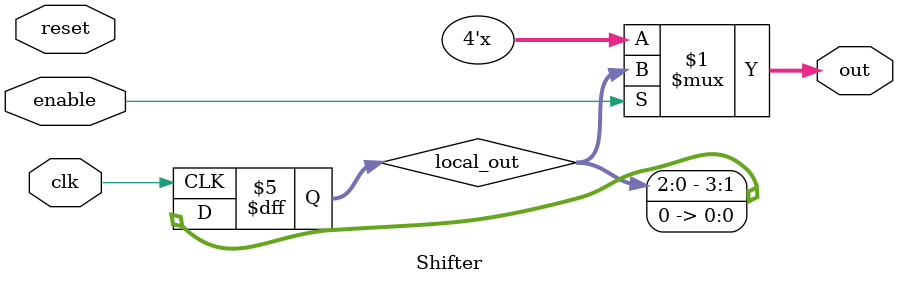
<source format=sv>
`ifndef _SHIFTER
`define _SHIFTER

module CircularShifter(
    input clk,
    input inputEnable,
    input outputEnable,
    input reset,
    output [length-1:0] out
);

    parameter byte length = 4;

    logic [length-1:0] local_out = 1;

    assign out = outputEnable ? local_out : 'X;

    always_ff @(posedge clk, posedge reset) begin
        if (reset) begin
            local_out <= 1;
        end
        else if (inputEnable) begin
            local_out[0] <= local_out[length-1];
            local_out <= local_out << 1;
        end
    end

endmodule

module Shifter(
    input clk,
    input enable,
    input reset,
    output [length-1:0] out
);

    parameter integer length = 4;

    logic [length-1:0] local_out = 1;

    assign out = enable ? local_out : 'X;

    always_ff @(posedge clk) begin
        if (reset) begin
            local_out <= 1;
        end
        local_out <= local_out << 1;
    end
endmodule

`endif
</source>
